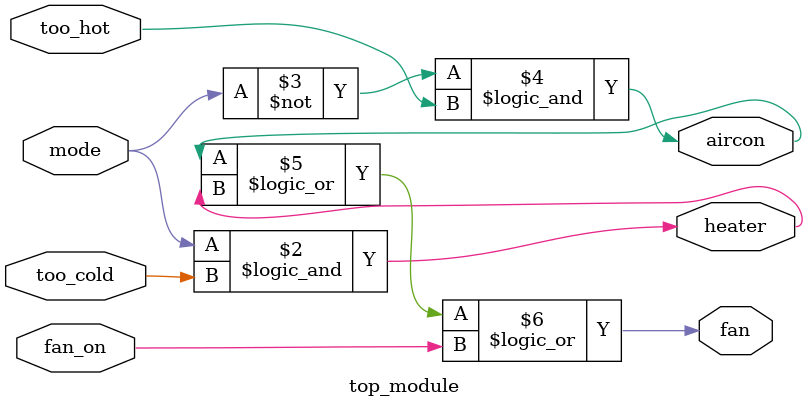
<source format=v>
module top_module (
    input too_cold,
    input too_hot,
    input mode,
    input fan_on,
    output heater,
    output aircon,
    output fan
); 
    always @(*) begin
        heater=mode&&too_cold;
        aircon=(~mode)&&too_hot;
        fan=aircon||heater||fan_on;
    end
endmodule
</source>
